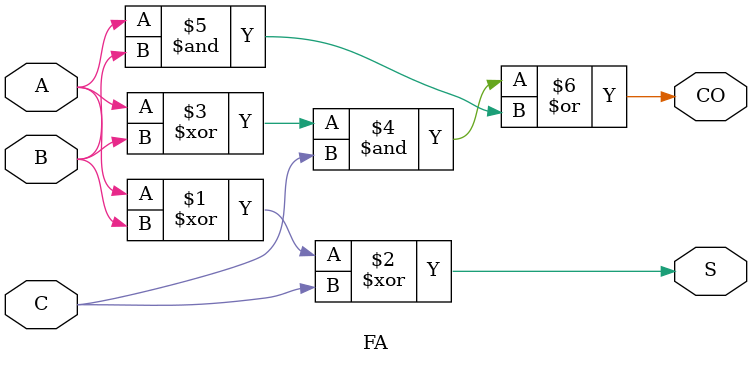
<source format=v>



module FA(A, B, C, S, CO);

input A, B, C;
output S, CO;

assign S = A^B^C;
assign CO = (A^B)&C | (A&B);

endmodule

</source>
